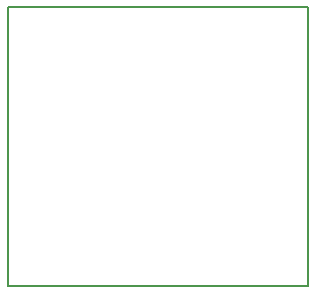
<source format=gko>
%FSLAX23Y23*%
%MOIN*%
G04 EasyPC Gerber Version 16.0.6 Build 3249 *
%ADD10C,0.00500*%
X0Y0D02*
D02*
D10*
X55Y3D02*
X1055D01*
Y933*
X55*
Y3*
X0Y0D02*
M02*

</source>
